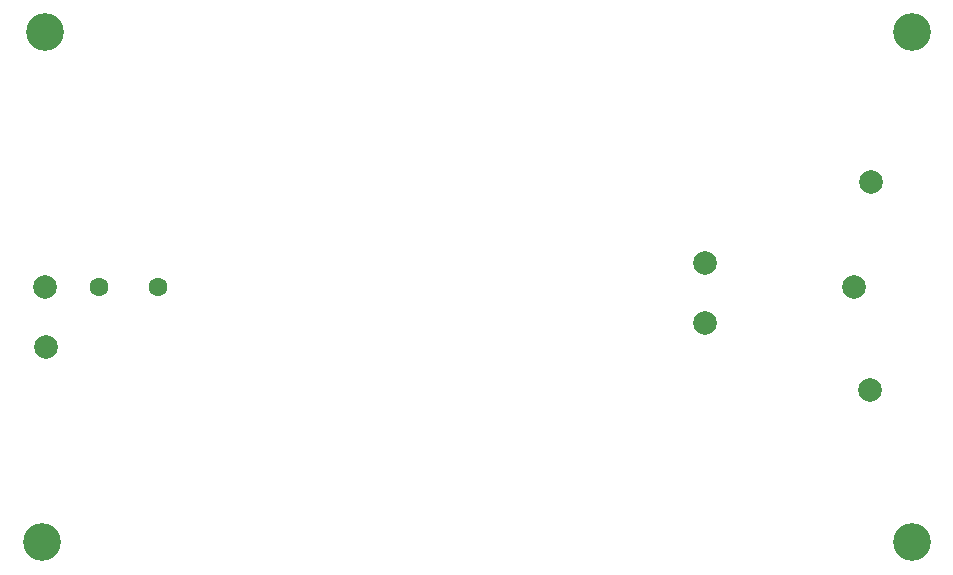
<source format=gbr>
G04 #@! TF.GenerationSoftware,KiCad,Pcbnew,(5.1.10-0-10_14)*
G04 #@! TF.CreationDate,2021-07-28T14:35:39+02:00*
G04 #@! TF.ProjectId,pre-amp-discret,7072652d-616d-4702-9d64-697363726574,rev?*
G04 #@! TF.SameCoordinates,Original*
G04 #@! TF.FileFunction,Soldermask,Bot*
G04 #@! TF.FilePolarity,Negative*
%FSLAX46Y46*%
G04 Gerber Fmt 4.6, Leading zero omitted, Abs format (unit mm)*
G04 Created by KiCad (PCBNEW (5.1.10-0-10_14)) date 2021-07-28 14:35:39*
%MOMM*%
%LPD*%
G01*
G04 APERTURE LIST*
%ADD10C,2.000000*%
%ADD11C,3.200000*%
%ADD12C,1.600000*%
G04 APERTURE END LIST*
D10*
X194754500Y-121920000D03*
X196215000Y-113030000D03*
X196088000Y-130619500D03*
X182181500Y-124968000D03*
X182181500Y-119888000D03*
X126365000Y-126936500D03*
X126301500Y-121920000D03*
D11*
X126238000Y-100330000D03*
X125984000Y-143510000D03*
X199644000Y-143510000D03*
X199644000Y-100330000D03*
D12*
X130810000Y-121920000D03*
X135810000Y-121920000D03*
M02*

</source>
